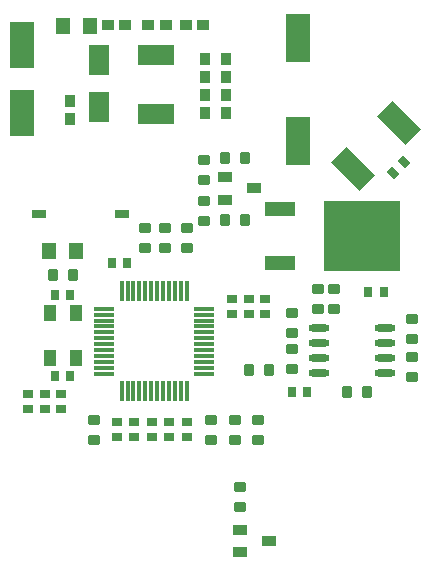
<source format=gtp>
G04*
G04 #@! TF.GenerationSoftware,Altium Limited,Altium Designer,21.3.2 (30)*
G04*
G04 Layer_Color=8421504*
%FSTAX24Y24*%
%MOIN*%
G70*
G04*
G04 #@! TF.SameCoordinates,587B8423-3D13-4A71-8966-67BAEF8921A1*
G04*
G04*
G04 #@! TF.FilePolarity,Positive*
G04*
G01*
G75*
%ADD20R,0.0118X0.0669*%
%ADD21R,0.0669X0.0118*%
%ADD22R,0.0787X0.1614*%
%ADD23R,0.0472X0.0335*%
G04:AMPARAMS|DCode=24|XSize=39.4mil|YSize=35.4mil|CornerRadius=4.4mil|HoleSize=0mil|Usage=FLASHONLY|Rotation=90.000|XOffset=0mil|YOffset=0mil|HoleType=Round|Shape=RoundedRectangle|*
%AMROUNDEDRECTD24*
21,1,0.0394,0.0266,0,0,90.0*
21,1,0.0305,0.0354,0,0,90.0*
1,1,0.0089,0.0133,0.0153*
1,1,0.0089,0.0133,-0.0153*
1,1,0.0089,-0.0133,-0.0153*
1,1,0.0089,-0.0133,0.0153*
%
%ADD24ROUNDEDRECTD24*%
%ADD25R,0.0335X0.0276*%
%ADD26R,0.0276X0.0335*%
%ADD27R,0.0394X0.0551*%
%ADD28R,0.0472X0.0315*%
G04:AMPARAMS|DCode=29|XSize=39.4mil|YSize=35.4mil|CornerRadius=4.4mil|HoleSize=0mil|Usage=FLASHONLY|Rotation=0.000|XOffset=0mil|YOffset=0mil|HoleType=Round|Shape=RoundedRectangle|*
%AMROUNDEDRECTD29*
21,1,0.0394,0.0266,0,0,0.0*
21,1,0.0305,0.0354,0,0,0.0*
1,1,0.0089,0.0153,-0.0133*
1,1,0.0089,-0.0153,-0.0133*
1,1,0.0089,-0.0153,0.0133*
1,1,0.0089,0.0153,0.0133*
%
%ADD29ROUNDEDRECTD29*%
%ADD30R,0.0500X0.0550*%
G04:AMPARAMS|DCode=31|XSize=135.8mil|YSize=70.9mil|CornerRadius=0mil|HoleSize=0mil|Usage=FLASHONLY|Rotation=315.000|XOffset=0mil|YOffset=0mil|HoleType=Round|Shape=Rectangle|*
%AMROTATEDRECTD31*
4,1,4,-0.0731,0.0230,-0.0230,0.0731,0.0731,-0.0230,0.0230,-0.0731,-0.0731,0.0230,0.0*
%
%ADD31ROTATEDRECTD31*%

%ADD32R,0.0787X0.1575*%
%ADD33R,0.0984X0.0472*%
%ADD34R,0.2559X0.2362*%
%ADD35R,0.0669X0.0984*%
%ADD36R,0.0374X0.0394*%
G04:AMPARAMS|DCode=37|XSize=33.5mil|YSize=27.6mil|CornerRadius=0mil|HoleSize=0mil|Usage=FLASHONLY|Rotation=135.000|XOffset=0mil|YOffset=0mil|HoleType=Round|Shape=Rectangle|*
%AMROTATEDRECTD37*
4,1,4,0.0216,-0.0021,0.0021,-0.0216,-0.0216,0.0021,-0.0021,0.0216,0.0216,-0.0021,0.0*
%
%ADD37ROTATEDRECTD37*%

%ADD38O,0.0709X0.0236*%
%ADD39R,0.0394X0.0374*%
%ADD40R,0.1220X0.0709*%
D20*
X033517Y029969D02*
D03*
X033714D02*
D03*
X033911D02*
D03*
X034108D02*
D03*
X034305D02*
D03*
X034502D02*
D03*
X034698D02*
D03*
X034895D02*
D03*
X035092D02*
D03*
X035289D02*
D03*
X035486D02*
D03*
X035683D02*
D03*
Y026632D02*
D03*
X035486D02*
D03*
X035289D02*
D03*
X035092D02*
D03*
X034895D02*
D03*
X034698D02*
D03*
X034502D02*
D03*
X034305D02*
D03*
X034108D02*
D03*
X033911D02*
D03*
X033714D02*
D03*
X033517D02*
D03*
D21*
X036268Y029383D02*
D03*
Y029186D02*
D03*
Y028989D02*
D03*
Y028792D02*
D03*
Y028595D02*
D03*
Y028398D02*
D03*
Y028202D02*
D03*
Y028005D02*
D03*
Y027808D02*
D03*
Y027611D02*
D03*
Y027414D02*
D03*
Y027217D02*
D03*
X032931D02*
D03*
Y027414D02*
D03*
Y027611D02*
D03*
Y027808D02*
D03*
Y028005D02*
D03*
Y028202D02*
D03*
Y028398D02*
D03*
Y028595D02*
D03*
Y028792D02*
D03*
Y028989D02*
D03*
Y029186D02*
D03*
Y029383D02*
D03*
D22*
X0394Y038413D02*
D03*
Y034987D02*
D03*
D23*
X037942Y033398D02*
D03*
X03696Y03377D02*
D03*
X036958Y033012D02*
D03*
X037458Y021262D02*
D03*
X03746Y02202D02*
D03*
X038442Y021648D02*
D03*
D24*
X037635Y0344D02*
D03*
X036965D02*
D03*
X031215Y0305D02*
D03*
X031885D02*
D03*
X038435Y02735D02*
D03*
X037765D02*
D03*
X041685Y0266D02*
D03*
X041015D02*
D03*
X037635Y03235D02*
D03*
X036965D02*
D03*
D25*
X0304Y026556D02*
D03*
Y026044D02*
D03*
X0372Y029194D02*
D03*
Y029706D02*
D03*
X0315Y026556D02*
D03*
Y026044D02*
D03*
X03095Y026556D02*
D03*
Y026044D02*
D03*
X03775Y029194D02*
D03*
Y029706D02*
D03*
X0383Y029194D02*
D03*
Y029706D02*
D03*
X033937Y025606D02*
D03*
Y025094D02*
D03*
X0357Y025606D02*
D03*
Y025094D02*
D03*
X034525D02*
D03*
Y025606D02*
D03*
X03335Y025094D02*
D03*
Y025606D02*
D03*
X035113Y025094D02*
D03*
Y025606D02*
D03*
D26*
X031806Y02985D02*
D03*
X031294D02*
D03*
Y02715D02*
D03*
X031806D02*
D03*
X033706Y0309D02*
D03*
X033194D02*
D03*
X039194Y0266D02*
D03*
X039706D02*
D03*
X041744Y02995D02*
D03*
X042256D02*
D03*
D27*
X031117Y027752D02*
D03*
Y029248D02*
D03*
X031983Y027752D02*
D03*
Y029248D02*
D03*
D28*
X030772Y03255D02*
D03*
X033528D02*
D03*
D29*
X03625Y033665D02*
D03*
Y034335D02*
D03*
X0343Y032085D02*
D03*
Y031415D02*
D03*
X03495Y032085D02*
D03*
Y031415D02*
D03*
X0357Y032085D02*
D03*
Y031415D02*
D03*
X0365Y025015D02*
D03*
Y025685D02*
D03*
X03805D02*
D03*
Y025015D02*
D03*
X0373Y025685D02*
D03*
Y025015D02*
D03*
X0392Y028565D02*
D03*
Y029235D02*
D03*
X04005Y029381D02*
D03*
Y03005D02*
D03*
X0326Y025685D02*
D03*
Y025015D02*
D03*
X03625Y032985D02*
D03*
Y032315D02*
D03*
X0406Y029381D02*
D03*
Y03005D02*
D03*
X0392Y027365D02*
D03*
Y028035D02*
D03*
X0432Y027785D02*
D03*
Y027115D02*
D03*
Y029035D02*
D03*
Y028365D02*
D03*
X03745Y022765D02*
D03*
Y023435D02*
D03*
D30*
X032Y0313D02*
D03*
X0311D02*
D03*
X03245Y0388D02*
D03*
X03155D02*
D03*
D31*
X041227Y034027D02*
D03*
X042773Y035573D02*
D03*
D32*
X0302Y0359D02*
D03*
Y038183D02*
D03*
D33*
X038788Y032696D02*
D03*
X038788Y030896D02*
D03*
D34*
X041524Y031796D02*
D03*
D35*
X03275Y037687D02*
D03*
Y036113D02*
D03*
D36*
X037Y036495D02*
D03*
Y035905D02*
D03*
X0363D02*
D03*
Y036495D02*
D03*
X0318Y035705D02*
D03*
Y036295D02*
D03*
X0363Y037105D02*
D03*
Y037695D02*
D03*
X037Y037105D02*
D03*
Y037695D02*
D03*
D37*
X042931Y034281D02*
D03*
X042569Y033919D02*
D03*
D38*
X042312Y02725D02*
D03*
Y02775D02*
D03*
Y02825D02*
D03*
Y02875D02*
D03*
X040088Y02725D02*
D03*
Y02775D02*
D03*
Y02825D02*
D03*
Y02875D02*
D03*
D39*
X033055Y03885D02*
D03*
X033645D02*
D03*
X034405D02*
D03*
X034995D02*
D03*
X035655D02*
D03*
X036245D02*
D03*
D40*
X03465Y035866D02*
D03*
Y037834D02*
D03*
M02*

</source>
